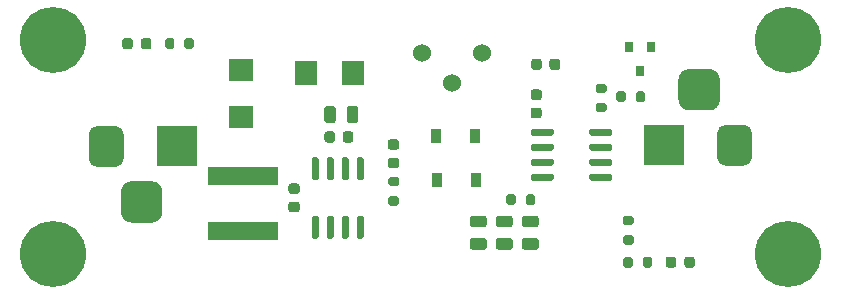
<source format=gbr>
%TF.GenerationSoftware,KiCad,Pcbnew,(5.1.10)-1*%
%TF.CreationDate,2021-09-15T21:12:31+02:00*%
%TF.ProjectId,Aquarium_LED_Dimmer,41717561-7269-4756-9d5f-4c45445f4469,rev?*%
%TF.SameCoordinates,Original*%
%TF.FileFunction,Soldermask,Top*%
%TF.FilePolarity,Negative*%
%FSLAX46Y46*%
G04 Gerber Fmt 4.6, Leading zero omitted, Abs format (unit mm)*
G04 Created by KiCad (PCBNEW (5.1.10)-1) date 2021-09-15 21:12:31*
%MOMM*%
%LPD*%
G01*
G04 APERTURE LIST*
%ADD10C,1.524000*%
%ADD11C,5.600000*%
%ADD12R,5.900000X1.600000*%
%ADD13R,0.800000X0.900000*%
%ADD14R,3.500000X3.500000*%
%ADD15R,0.900000X1.200000*%
%ADD16R,1.955800X2.159000*%
%ADD17R,2.159000X1.955800*%
G04 APERTURE END LIST*
D10*
%TO.C,RV1*%
X174290000Y-97060000D03*
X171750000Y-94520000D03*
X176830000Y-94520000D03*
%TD*%
%TO.C,R7*%
G36*
G01*
X190425000Y-112475000D02*
X190425000Y-111925000D01*
G75*
G02*
X190625000Y-111725000I200000J0D01*
G01*
X191025000Y-111725000D01*
G75*
G02*
X191225000Y-111925000I0J-200000D01*
G01*
X191225000Y-112475000D01*
G75*
G02*
X191025000Y-112675000I-200000J0D01*
G01*
X190625000Y-112675000D01*
G75*
G02*
X190425000Y-112475000I0J200000D01*
G01*
G37*
G36*
G01*
X188775000Y-112475000D02*
X188775000Y-111925000D01*
G75*
G02*
X188975000Y-111725000I200000J0D01*
G01*
X189375000Y-111725000D01*
G75*
G02*
X189575000Y-111925000I0J-200000D01*
G01*
X189575000Y-112475000D01*
G75*
G02*
X189375000Y-112675000I-200000J0D01*
G01*
X188975000Y-112675000D01*
G75*
G02*
X188775000Y-112475000I0J200000D01*
G01*
G37*
%TD*%
%TO.C,R6*%
G36*
G01*
X188925000Y-109925000D02*
X189475000Y-109925000D01*
G75*
G02*
X189675000Y-110125000I0J-200000D01*
G01*
X189675000Y-110525000D01*
G75*
G02*
X189475000Y-110725000I-200000J0D01*
G01*
X188925000Y-110725000D01*
G75*
G02*
X188725000Y-110525000I0J200000D01*
G01*
X188725000Y-110125000D01*
G75*
G02*
X188925000Y-109925000I200000J0D01*
G01*
G37*
G36*
G01*
X188925000Y-108275000D02*
X189475000Y-108275000D01*
G75*
G02*
X189675000Y-108475000I0J-200000D01*
G01*
X189675000Y-108875000D01*
G75*
G02*
X189475000Y-109075000I-200000J0D01*
G01*
X188925000Y-109075000D01*
G75*
G02*
X188725000Y-108875000I0J200000D01*
G01*
X188725000Y-108475000D01*
G75*
G02*
X188925000Y-108275000I200000J0D01*
G01*
G37*
%TD*%
%TO.C,R5*%
G36*
G01*
X169605000Y-105765000D02*
X169055000Y-105765000D01*
G75*
G02*
X168855000Y-105565000I0J200000D01*
G01*
X168855000Y-105165000D01*
G75*
G02*
X169055000Y-104965000I200000J0D01*
G01*
X169605000Y-104965000D01*
G75*
G02*
X169805000Y-105165000I0J-200000D01*
G01*
X169805000Y-105565000D01*
G75*
G02*
X169605000Y-105765000I-200000J0D01*
G01*
G37*
G36*
G01*
X169605000Y-107415000D02*
X169055000Y-107415000D01*
G75*
G02*
X168855000Y-107215000I0J200000D01*
G01*
X168855000Y-106815000D01*
G75*
G02*
X169055000Y-106615000I200000J0D01*
G01*
X169605000Y-106615000D01*
G75*
G02*
X169805000Y-106815000I0J-200000D01*
G01*
X169805000Y-107215000D01*
G75*
G02*
X169605000Y-107415000I-200000J0D01*
G01*
G37*
%TD*%
%TO.C,R4*%
G36*
G01*
X150775000Y-93425000D02*
X150775000Y-93975000D01*
G75*
G02*
X150575000Y-94175000I-200000J0D01*
G01*
X150175000Y-94175000D01*
G75*
G02*
X149975000Y-93975000I0J200000D01*
G01*
X149975000Y-93425000D01*
G75*
G02*
X150175000Y-93225000I200000J0D01*
G01*
X150575000Y-93225000D01*
G75*
G02*
X150775000Y-93425000I0J-200000D01*
G01*
G37*
G36*
G01*
X152425000Y-93425000D02*
X152425000Y-93975000D01*
G75*
G02*
X152225000Y-94175000I-200000J0D01*
G01*
X151825000Y-94175000D01*
G75*
G02*
X151625000Y-93975000I0J200000D01*
G01*
X151625000Y-93425000D01*
G75*
G02*
X151825000Y-93225000I200000J0D01*
G01*
X152225000Y-93225000D01*
G75*
G02*
X152425000Y-93425000I0J-200000D01*
G01*
G37*
%TD*%
%TO.C,D7*%
G36*
G01*
X193250000Y-111943750D02*
X193250000Y-112456250D01*
G75*
G02*
X193031250Y-112675000I-218750J0D01*
G01*
X192593750Y-112675000D01*
G75*
G02*
X192375000Y-112456250I0J218750D01*
G01*
X192375000Y-111943750D01*
G75*
G02*
X192593750Y-111725000I218750J0D01*
G01*
X193031250Y-111725000D01*
G75*
G02*
X193250000Y-111943750I0J-218750D01*
G01*
G37*
G36*
G01*
X194825000Y-111943750D02*
X194825000Y-112456250D01*
G75*
G02*
X194606250Y-112675000I-218750J0D01*
G01*
X194168750Y-112675000D01*
G75*
G02*
X193950000Y-112456250I0J218750D01*
G01*
X193950000Y-111943750D01*
G75*
G02*
X194168750Y-111725000I218750J0D01*
G01*
X194606250Y-111725000D01*
G75*
G02*
X194825000Y-111943750I0J-218750D01*
G01*
G37*
%TD*%
%TO.C,D6*%
G36*
G01*
X169063750Y-103380000D02*
X169576250Y-103380000D01*
G75*
G02*
X169795000Y-103598750I0J-218750D01*
G01*
X169795000Y-104036250D01*
G75*
G02*
X169576250Y-104255000I-218750J0D01*
G01*
X169063750Y-104255000D01*
G75*
G02*
X168845000Y-104036250I0J218750D01*
G01*
X168845000Y-103598750D01*
G75*
G02*
X169063750Y-103380000I218750J0D01*
G01*
G37*
G36*
G01*
X169063750Y-101805000D02*
X169576250Y-101805000D01*
G75*
G02*
X169795000Y-102023750I0J-218750D01*
G01*
X169795000Y-102461250D01*
G75*
G02*
X169576250Y-102680000I-218750J0D01*
G01*
X169063750Y-102680000D01*
G75*
G02*
X168845000Y-102461250I0J218750D01*
G01*
X168845000Y-102023750D01*
G75*
G02*
X169063750Y-101805000I218750J0D01*
G01*
G37*
%TD*%
%TO.C,D5*%
G36*
G01*
X147937500Y-93956250D02*
X147937500Y-93443750D01*
G75*
G02*
X148156250Y-93225000I218750J0D01*
G01*
X148593750Y-93225000D01*
G75*
G02*
X148812500Y-93443750I0J-218750D01*
G01*
X148812500Y-93956250D01*
G75*
G02*
X148593750Y-94175000I-218750J0D01*
G01*
X148156250Y-94175000D01*
G75*
G02*
X147937500Y-93956250I0J218750D01*
G01*
G37*
G36*
G01*
X146362500Y-93956250D02*
X146362500Y-93443750D01*
G75*
G02*
X146581250Y-93225000I218750J0D01*
G01*
X147018750Y-93225000D01*
G75*
G02*
X147237500Y-93443750I0J-218750D01*
G01*
X147237500Y-93956250D01*
G75*
G02*
X147018750Y-94175000I-218750J0D01*
G01*
X146581250Y-94175000D01*
G75*
G02*
X146362500Y-93956250I0J218750D01*
G01*
G37*
%TD*%
D11*
%TO.C,H4*%
X202700000Y-111500000D03*
%TD*%
%TO.C,H3*%
X202700000Y-93400000D03*
%TD*%
%TO.C,H2*%
X140500000Y-111500000D03*
%TD*%
%TO.C,H1*%
X140500000Y-93400000D03*
%TD*%
D12*
%TO.C,L1*%
X156600000Y-109600000D03*
X156600000Y-104900000D03*
%TD*%
%TO.C,C8*%
G36*
G01*
X176025000Y-110150000D02*
X176975000Y-110150000D01*
G75*
G02*
X177225000Y-110400000I0J-250000D01*
G01*
X177225000Y-110900000D01*
G75*
G02*
X176975000Y-111150000I-250000J0D01*
G01*
X176025000Y-111150000D01*
G75*
G02*
X175775000Y-110900000I0J250000D01*
G01*
X175775000Y-110400000D01*
G75*
G02*
X176025000Y-110150000I250000J0D01*
G01*
G37*
G36*
G01*
X176025000Y-108250000D02*
X176975000Y-108250000D01*
G75*
G02*
X177225000Y-108500000I0J-250000D01*
G01*
X177225000Y-109000000D01*
G75*
G02*
X176975000Y-109250000I-250000J0D01*
G01*
X176025000Y-109250000D01*
G75*
G02*
X175775000Y-109000000I0J250000D01*
G01*
X175775000Y-108500000D01*
G75*
G02*
X176025000Y-108250000I250000J0D01*
G01*
G37*
%TD*%
%TO.C,C7*%
G36*
G01*
X178225000Y-110150000D02*
X179175000Y-110150000D01*
G75*
G02*
X179425000Y-110400000I0J-250000D01*
G01*
X179425000Y-110900000D01*
G75*
G02*
X179175000Y-111150000I-250000J0D01*
G01*
X178225000Y-111150000D01*
G75*
G02*
X177975000Y-110900000I0J250000D01*
G01*
X177975000Y-110400000D01*
G75*
G02*
X178225000Y-110150000I250000J0D01*
G01*
G37*
G36*
G01*
X178225000Y-108250000D02*
X179175000Y-108250000D01*
G75*
G02*
X179425000Y-108500000I0J-250000D01*
G01*
X179425000Y-109000000D01*
G75*
G02*
X179175000Y-109250000I-250000J0D01*
G01*
X178225000Y-109250000D01*
G75*
G02*
X177975000Y-109000000I0J250000D01*
G01*
X177975000Y-108500000D01*
G75*
G02*
X178225000Y-108250000I250000J0D01*
G01*
G37*
%TD*%
%TO.C,C6*%
G36*
G01*
X180425000Y-110150000D02*
X181375000Y-110150000D01*
G75*
G02*
X181625000Y-110400000I0J-250000D01*
G01*
X181625000Y-110900000D01*
G75*
G02*
X181375000Y-111150000I-250000J0D01*
G01*
X180425000Y-111150000D01*
G75*
G02*
X180175000Y-110900000I0J250000D01*
G01*
X180175000Y-110400000D01*
G75*
G02*
X180425000Y-110150000I250000J0D01*
G01*
G37*
G36*
G01*
X180425000Y-108250000D02*
X181375000Y-108250000D01*
G75*
G02*
X181625000Y-108500000I0J-250000D01*
G01*
X181625000Y-109000000D01*
G75*
G02*
X181375000Y-109250000I-250000J0D01*
G01*
X180425000Y-109250000D01*
G75*
G02*
X180175000Y-109000000I0J250000D01*
G01*
X180175000Y-108500000D01*
G75*
G02*
X180425000Y-108250000I250000J0D01*
G01*
G37*
%TD*%
%TO.C,U2*%
G36*
G01*
X162845000Y-105250000D02*
X162545000Y-105250000D01*
G75*
G02*
X162395000Y-105100000I0J150000D01*
G01*
X162395000Y-103450000D01*
G75*
G02*
X162545000Y-103300000I150000J0D01*
G01*
X162845000Y-103300000D01*
G75*
G02*
X162995000Y-103450000I0J-150000D01*
G01*
X162995000Y-105100000D01*
G75*
G02*
X162845000Y-105250000I-150000J0D01*
G01*
G37*
G36*
G01*
X164115000Y-105250000D02*
X163815000Y-105250000D01*
G75*
G02*
X163665000Y-105100000I0J150000D01*
G01*
X163665000Y-103450000D01*
G75*
G02*
X163815000Y-103300000I150000J0D01*
G01*
X164115000Y-103300000D01*
G75*
G02*
X164265000Y-103450000I0J-150000D01*
G01*
X164265000Y-105100000D01*
G75*
G02*
X164115000Y-105250000I-150000J0D01*
G01*
G37*
G36*
G01*
X165385000Y-105250000D02*
X165085000Y-105250000D01*
G75*
G02*
X164935000Y-105100000I0J150000D01*
G01*
X164935000Y-103450000D01*
G75*
G02*
X165085000Y-103300000I150000J0D01*
G01*
X165385000Y-103300000D01*
G75*
G02*
X165535000Y-103450000I0J-150000D01*
G01*
X165535000Y-105100000D01*
G75*
G02*
X165385000Y-105250000I-150000J0D01*
G01*
G37*
G36*
G01*
X166655000Y-105250000D02*
X166355000Y-105250000D01*
G75*
G02*
X166205000Y-105100000I0J150000D01*
G01*
X166205000Y-103450000D01*
G75*
G02*
X166355000Y-103300000I150000J0D01*
G01*
X166655000Y-103300000D01*
G75*
G02*
X166805000Y-103450000I0J-150000D01*
G01*
X166805000Y-105100000D01*
G75*
G02*
X166655000Y-105250000I-150000J0D01*
G01*
G37*
G36*
G01*
X166655000Y-110200000D02*
X166355000Y-110200000D01*
G75*
G02*
X166205000Y-110050000I0J150000D01*
G01*
X166205000Y-108400000D01*
G75*
G02*
X166355000Y-108250000I150000J0D01*
G01*
X166655000Y-108250000D01*
G75*
G02*
X166805000Y-108400000I0J-150000D01*
G01*
X166805000Y-110050000D01*
G75*
G02*
X166655000Y-110200000I-150000J0D01*
G01*
G37*
G36*
G01*
X165385000Y-110200000D02*
X165085000Y-110200000D01*
G75*
G02*
X164935000Y-110050000I0J150000D01*
G01*
X164935000Y-108400000D01*
G75*
G02*
X165085000Y-108250000I150000J0D01*
G01*
X165385000Y-108250000D01*
G75*
G02*
X165535000Y-108400000I0J-150000D01*
G01*
X165535000Y-110050000D01*
G75*
G02*
X165385000Y-110200000I-150000J0D01*
G01*
G37*
G36*
G01*
X164115000Y-110200000D02*
X163815000Y-110200000D01*
G75*
G02*
X163665000Y-110050000I0J150000D01*
G01*
X163665000Y-108400000D01*
G75*
G02*
X163815000Y-108250000I150000J0D01*
G01*
X164115000Y-108250000D01*
G75*
G02*
X164265000Y-108400000I0J-150000D01*
G01*
X164265000Y-110050000D01*
G75*
G02*
X164115000Y-110200000I-150000J0D01*
G01*
G37*
G36*
G01*
X162845000Y-110200000D02*
X162545000Y-110200000D01*
G75*
G02*
X162395000Y-110050000I0J150000D01*
G01*
X162395000Y-108400000D01*
G75*
G02*
X162545000Y-108250000I150000J0D01*
G01*
X162845000Y-108250000D01*
G75*
G02*
X162995000Y-108400000I0J-150000D01*
G01*
X162995000Y-110050000D01*
G75*
G02*
X162845000Y-110200000I-150000J0D01*
G01*
G37*
%TD*%
%TO.C,U1*%
G36*
G01*
X182900000Y-104855000D02*
X182900000Y-105155000D01*
G75*
G02*
X182750000Y-105305000I-150000J0D01*
G01*
X181100000Y-105305000D01*
G75*
G02*
X180950000Y-105155000I0J150000D01*
G01*
X180950000Y-104855000D01*
G75*
G02*
X181100000Y-104705000I150000J0D01*
G01*
X182750000Y-104705000D01*
G75*
G02*
X182900000Y-104855000I0J-150000D01*
G01*
G37*
G36*
G01*
X182900000Y-103585000D02*
X182900000Y-103885000D01*
G75*
G02*
X182750000Y-104035000I-150000J0D01*
G01*
X181100000Y-104035000D01*
G75*
G02*
X180950000Y-103885000I0J150000D01*
G01*
X180950000Y-103585000D01*
G75*
G02*
X181100000Y-103435000I150000J0D01*
G01*
X182750000Y-103435000D01*
G75*
G02*
X182900000Y-103585000I0J-150000D01*
G01*
G37*
G36*
G01*
X182900000Y-102315000D02*
X182900000Y-102615000D01*
G75*
G02*
X182750000Y-102765000I-150000J0D01*
G01*
X181100000Y-102765000D01*
G75*
G02*
X180950000Y-102615000I0J150000D01*
G01*
X180950000Y-102315000D01*
G75*
G02*
X181100000Y-102165000I150000J0D01*
G01*
X182750000Y-102165000D01*
G75*
G02*
X182900000Y-102315000I0J-150000D01*
G01*
G37*
G36*
G01*
X182900000Y-101045000D02*
X182900000Y-101345000D01*
G75*
G02*
X182750000Y-101495000I-150000J0D01*
G01*
X181100000Y-101495000D01*
G75*
G02*
X180950000Y-101345000I0J150000D01*
G01*
X180950000Y-101045000D01*
G75*
G02*
X181100000Y-100895000I150000J0D01*
G01*
X182750000Y-100895000D01*
G75*
G02*
X182900000Y-101045000I0J-150000D01*
G01*
G37*
G36*
G01*
X187850000Y-101045000D02*
X187850000Y-101345000D01*
G75*
G02*
X187700000Y-101495000I-150000J0D01*
G01*
X186050000Y-101495000D01*
G75*
G02*
X185900000Y-101345000I0J150000D01*
G01*
X185900000Y-101045000D01*
G75*
G02*
X186050000Y-100895000I150000J0D01*
G01*
X187700000Y-100895000D01*
G75*
G02*
X187850000Y-101045000I0J-150000D01*
G01*
G37*
G36*
G01*
X187850000Y-102315000D02*
X187850000Y-102615000D01*
G75*
G02*
X187700000Y-102765000I-150000J0D01*
G01*
X186050000Y-102765000D01*
G75*
G02*
X185900000Y-102615000I0J150000D01*
G01*
X185900000Y-102315000D01*
G75*
G02*
X186050000Y-102165000I150000J0D01*
G01*
X187700000Y-102165000D01*
G75*
G02*
X187850000Y-102315000I0J-150000D01*
G01*
G37*
G36*
G01*
X187850000Y-103585000D02*
X187850000Y-103885000D01*
G75*
G02*
X187700000Y-104035000I-150000J0D01*
G01*
X186050000Y-104035000D01*
G75*
G02*
X185900000Y-103885000I0J150000D01*
G01*
X185900000Y-103585000D01*
G75*
G02*
X186050000Y-103435000I150000J0D01*
G01*
X187700000Y-103435000D01*
G75*
G02*
X187850000Y-103585000I0J-150000D01*
G01*
G37*
G36*
G01*
X187850000Y-104855000D02*
X187850000Y-105155000D01*
G75*
G02*
X187700000Y-105305000I-150000J0D01*
G01*
X186050000Y-105305000D01*
G75*
G02*
X185900000Y-105155000I0J150000D01*
G01*
X185900000Y-104855000D01*
G75*
G02*
X186050000Y-104705000I150000J0D01*
G01*
X187700000Y-104705000D01*
G75*
G02*
X187850000Y-104855000I0J-150000D01*
G01*
G37*
%TD*%
%TO.C,R3*%
G36*
G01*
X189825000Y-98475000D02*
X189825000Y-97925000D01*
G75*
G02*
X190025000Y-97725000I200000J0D01*
G01*
X190425000Y-97725000D01*
G75*
G02*
X190625000Y-97925000I0J-200000D01*
G01*
X190625000Y-98475000D01*
G75*
G02*
X190425000Y-98675000I-200000J0D01*
G01*
X190025000Y-98675000D01*
G75*
G02*
X189825000Y-98475000I0J200000D01*
G01*
G37*
G36*
G01*
X188175000Y-98475000D02*
X188175000Y-97925000D01*
G75*
G02*
X188375000Y-97725000I200000J0D01*
G01*
X188775000Y-97725000D01*
G75*
G02*
X188975000Y-97925000I0J-200000D01*
G01*
X188975000Y-98475000D01*
G75*
G02*
X188775000Y-98675000I-200000J0D01*
G01*
X188375000Y-98675000D01*
G75*
G02*
X188175000Y-98475000I0J200000D01*
G01*
G37*
%TD*%
%TO.C,R2*%
G36*
G01*
X186625000Y-98725000D02*
X187175000Y-98725000D01*
G75*
G02*
X187375000Y-98925000I0J-200000D01*
G01*
X187375000Y-99325000D01*
G75*
G02*
X187175000Y-99525000I-200000J0D01*
G01*
X186625000Y-99525000D01*
G75*
G02*
X186425000Y-99325000I0J200000D01*
G01*
X186425000Y-98925000D01*
G75*
G02*
X186625000Y-98725000I200000J0D01*
G01*
G37*
G36*
G01*
X186625000Y-97075000D02*
X187175000Y-97075000D01*
G75*
G02*
X187375000Y-97275000I0J-200000D01*
G01*
X187375000Y-97675000D01*
G75*
G02*
X187175000Y-97875000I-200000J0D01*
G01*
X186625000Y-97875000D01*
G75*
G02*
X186425000Y-97675000I0J200000D01*
G01*
X186425000Y-97275000D01*
G75*
G02*
X186625000Y-97075000I200000J0D01*
G01*
G37*
%TD*%
%TO.C,R1*%
G36*
G01*
X179675000Y-106625000D02*
X179675000Y-107175000D01*
G75*
G02*
X179475000Y-107375000I-200000J0D01*
G01*
X179075000Y-107375000D01*
G75*
G02*
X178875000Y-107175000I0J200000D01*
G01*
X178875000Y-106625000D01*
G75*
G02*
X179075000Y-106425000I200000J0D01*
G01*
X179475000Y-106425000D01*
G75*
G02*
X179675000Y-106625000I0J-200000D01*
G01*
G37*
G36*
G01*
X181325000Y-106625000D02*
X181325000Y-107175000D01*
G75*
G02*
X181125000Y-107375000I-200000J0D01*
G01*
X180725000Y-107375000D01*
G75*
G02*
X180525000Y-107175000I0J200000D01*
G01*
X180525000Y-106625000D01*
G75*
G02*
X180725000Y-106425000I200000J0D01*
G01*
X181125000Y-106425000D01*
G75*
G02*
X181325000Y-106625000I0J-200000D01*
G01*
G37*
%TD*%
D13*
%TO.C,Q1*%
X190200000Y-96000000D03*
X189250000Y-94000000D03*
X191150000Y-94000000D03*
%TD*%
%TO.C,OUT*%
G36*
G01*
X196950000Y-96725000D02*
X196950000Y-98475000D01*
G75*
G02*
X196075000Y-99350000I-875000J0D01*
G01*
X194325000Y-99350000D01*
G75*
G02*
X193450000Y-98475000I0J875000D01*
G01*
X193450000Y-96725000D01*
G75*
G02*
X194325000Y-95850000I875000J0D01*
G01*
X196075000Y-95850000D01*
G75*
G02*
X196950000Y-96725000I0J-875000D01*
G01*
G37*
G36*
G01*
X199700000Y-101300000D02*
X199700000Y-103300000D01*
G75*
G02*
X198950000Y-104050000I-750000J0D01*
G01*
X197450000Y-104050000D01*
G75*
G02*
X196700000Y-103300000I0J750000D01*
G01*
X196700000Y-101300000D01*
G75*
G02*
X197450000Y-100550000I750000J0D01*
G01*
X198950000Y-100550000D01*
G75*
G02*
X199700000Y-101300000I0J-750000D01*
G01*
G37*
D14*
X192200000Y-102300000D03*
%TD*%
%TO.C,IN*%
G36*
G01*
X146250000Y-107975000D02*
X146250000Y-106225000D01*
G75*
G02*
X147125000Y-105350000I875000J0D01*
G01*
X148875000Y-105350000D01*
G75*
G02*
X149750000Y-106225000I0J-875000D01*
G01*
X149750000Y-107975000D01*
G75*
G02*
X148875000Y-108850000I-875000J0D01*
G01*
X147125000Y-108850000D01*
G75*
G02*
X146250000Y-107975000I0J875000D01*
G01*
G37*
G36*
G01*
X143500000Y-103400000D02*
X143500000Y-101400000D01*
G75*
G02*
X144250000Y-100650000I750000J0D01*
G01*
X145750000Y-100650000D01*
G75*
G02*
X146500000Y-101400000I0J-750000D01*
G01*
X146500000Y-103400000D01*
G75*
G02*
X145750000Y-104150000I-750000J0D01*
G01*
X144250000Y-104150000D01*
G75*
G02*
X143500000Y-103400000I0J750000D01*
G01*
G37*
X151000000Y-102400000D03*
%TD*%
D15*
%TO.C,D4*%
X172950000Y-101500000D03*
X176250000Y-101500000D03*
%TD*%
%TO.C,D3*%
X176300000Y-105250000D03*
X173000000Y-105250000D03*
%TD*%
D16*
%TO.C,D2*%
X165868500Y-96200000D03*
X161931500Y-96200000D03*
%TD*%
D17*
%TO.C,D1*%
X156400000Y-99868500D03*
X156400000Y-95931500D03*
%TD*%
%TO.C,C5*%
G36*
G01*
X182525000Y-95700000D02*
X182525000Y-95200000D01*
G75*
G02*
X182750000Y-94975000I225000J0D01*
G01*
X183200000Y-94975000D01*
G75*
G02*
X183425000Y-95200000I0J-225000D01*
G01*
X183425000Y-95700000D01*
G75*
G02*
X183200000Y-95925000I-225000J0D01*
G01*
X182750000Y-95925000D01*
G75*
G02*
X182525000Y-95700000I0J225000D01*
G01*
G37*
G36*
G01*
X180975000Y-95700000D02*
X180975000Y-95200000D01*
G75*
G02*
X181200000Y-94975000I225000J0D01*
G01*
X181650000Y-94975000D01*
G75*
G02*
X181875000Y-95200000I0J-225000D01*
G01*
X181875000Y-95700000D01*
G75*
G02*
X181650000Y-95925000I-225000J0D01*
G01*
X181200000Y-95925000D01*
G75*
G02*
X180975000Y-95700000I0J225000D01*
G01*
G37*
%TD*%
%TO.C,C4*%
G36*
G01*
X160650000Y-107075000D02*
X161150000Y-107075000D01*
G75*
G02*
X161375000Y-107300000I0J-225000D01*
G01*
X161375000Y-107750000D01*
G75*
G02*
X161150000Y-107975000I-225000J0D01*
G01*
X160650000Y-107975000D01*
G75*
G02*
X160425000Y-107750000I0J225000D01*
G01*
X160425000Y-107300000D01*
G75*
G02*
X160650000Y-107075000I225000J0D01*
G01*
G37*
G36*
G01*
X160650000Y-105525000D02*
X161150000Y-105525000D01*
G75*
G02*
X161375000Y-105750000I0J-225000D01*
G01*
X161375000Y-106200000D01*
G75*
G02*
X161150000Y-106425000I-225000J0D01*
G01*
X160650000Y-106425000D01*
G75*
G02*
X160425000Y-106200000I0J225000D01*
G01*
X160425000Y-105750000D01*
G75*
G02*
X160650000Y-105525000I225000J0D01*
G01*
G37*
%TD*%
%TO.C,C3*%
G36*
G01*
X181650000Y-98475000D02*
X181150000Y-98475000D01*
G75*
G02*
X180925000Y-98250000I0J225000D01*
G01*
X180925000Y-97800000D01*
G75*
G02*
X181150000Y-97575000I225000J0D01*
G01*
X181650000Y-97575000D01*
G75*
G02*
X181875000Y-97800000I0J-225000D01*
G01*
X181875000Y-98250000D01*
G75*
G02*
X181650000Y-98475000I-225000J0D01*
G01*
G37*
G36*
G01*
X181650000Y-100025000D02*
X181150000Y-100025000D01*
G75*
G02*
X180925000Y-99800000I0J225000D01*
G01*
X180925000Y-99350000D01*
G75*
G02*
X181150000Y-99125000I225000J0D01*
G01*
X181650000Y-99125000D01*
G75*
G02*
X181875000Y-99350000I0J-225000D01*
G01*
X181875000Y-99800000D01*
G75*
G02*
X181650000Y-100025000I-225000J0D01*
G01*
G37*
%TD*%
%TO.C,C2*%
G36*
G01*
X165025000Y-101850000D02*
X165025000Y-101350000D01*
G75*
G02*
X165250000Y-101125000I225000J0D01*
G01*
X165700000Y-101125000D01*
G75*
G02*
X165925000Y-101350000I0J-225000D01*
G01*
X165925000Y-101850000D01*
G75*
G02*
X165700000Y-102075000I-225000J0D01*
G01*
X165250000Y-102075000D01*
G75*
G02*
X165025000Y-101850000I0J225000D01*
G01*
G37*
G36*
G01*
X163475000Y-101850000D02*
X163475000Y-101350000D01*
G75*
G02*
X163700000Y-101125000I225000J0D01*
G01*
X164150000Y-101125000D01*
G75*
G02*
X164375000Y-101350000I0J-225000D01*
G01*
X164375000Y-101850000D01*
G75*
G02*
X164150000Y-102075000I-225000J0D01*
G01*
X163700000Y-102075000D01*
G75*
G02*
X163475000Y-101850000I0J225000D01*
G01*
G37*
%TD*%
%TO.C,C1*%
G36*
G01*
X165350000Y-100175000D02*
X165350000Y-99225000D01*
G75*
G02*
X165600000Y-98975000I250000J0D01*
G01*
X166100000Y-98975000D01*
G75*
G02*
X166350000Y-99225000I0J-250000D01*
G01*
X166350000Y-100175000D01*
G75*
G02*
X166100000Y-100425000I-250000J0D01*
G01*
X165600000Y-100425000D01*
G75*
G02*
X165350000Y-100175000I0J250000D01*
G01*
G37*
G36*
G01*
X163450000Y-100175000D02*
X163450000Y-99225000D01*
G75*
G02*
X163700000Y-98975000I250000J0D01*
G01*
X164200000Y-98975000D01*
G75*
G02*
X164450000Y-99225000I0J-250000D01*
G01*
X164450000Y-100175000D01*
G75*
G02*
X164200000Y-100425000I-250000J0D01*
G01*
X163700000Y-100425000D01*
G75*
G02*
X163450000Y-100175000I0J250000D01*
G01*
G37*
%TD*%
M02*

</source>
